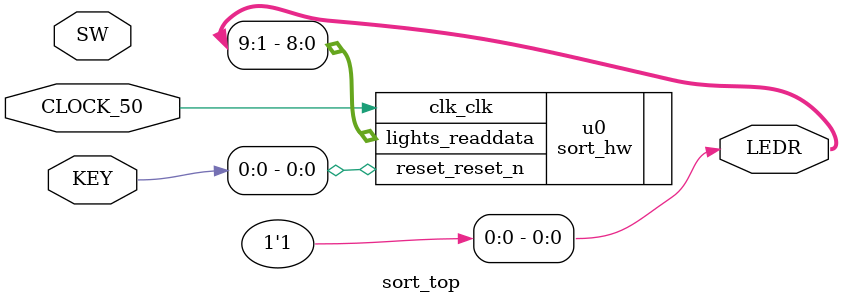
<source format=sv>
module sort_top(  input logic CLOCK_50,
    input logic [3:0] KEY, // KEY[3] is async active-low reset
    input logic [9:0] SW,
    output logic [9:0] LEDR);
	 assign LEDR[0] = 10'b1;

    sort_hw u0 (
		.clk_clk         (CLOCK_50),         //    clk.clk
		.reset_reset_n   (KEY[0]),   //  reset.reset_n
		.lights_readdata (LEDR[9:1])  // lights.readdata
	);

endmodule 
</source>
